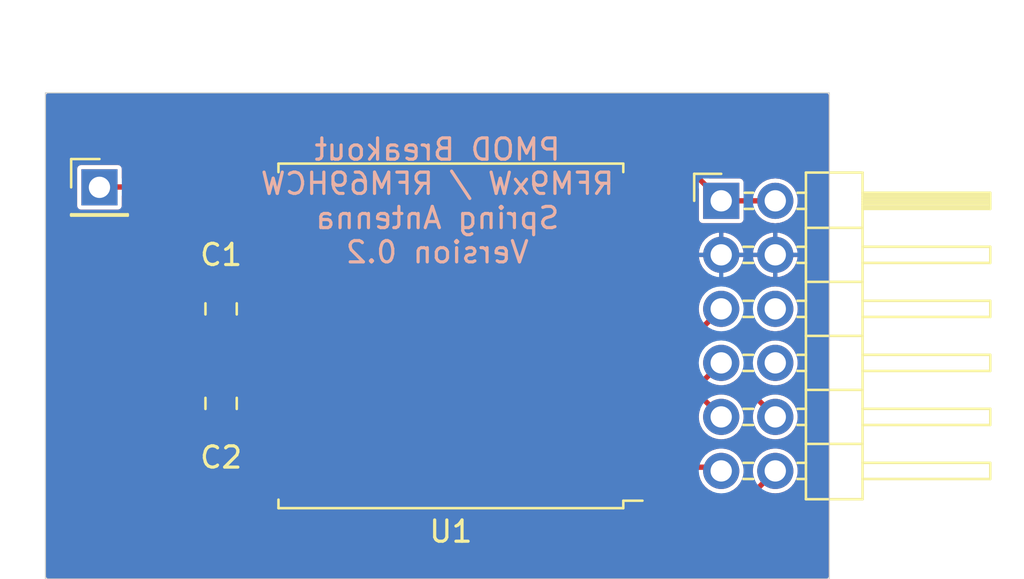
<source format=kicad_pcb>
(kicad_pcb (version 20221018) (generator pcbnew)
  (layers (0 "F.Cu" signal) (31 "B.Cu" signal) (34 "B.Paste" user) (35 "F.Paste" user) (36 "B.SilkS" user "B.Silkscreen") (37 "F.SilkS" user "F.Silkscreen") (38 "B.Mask" user) (39 "F.Mask" user) (44 "Edge.Cuts" user))
  (net 0 "")
  (net 1 "GND")
  (net 2 "DIO0")
  (net 3 "nRESET")
  (net 4 "nCS")
  (net 5 "SCK")
  (net 6 "MOSI")
  (net 7 "MISO")
  (net 8 "VCC")
  (net 11 "Net-(J2-Pin_1)")
  (footprint "Connector_PinHeader_2.54mm:PinHeader_2x06_P2.54mm_Horizontal" (layer "F.Cu") (at 149.86 43.18)
    (fp_text reference "J1" hide)
    (fp_text value "Conn_02x06_Odd_Even")
    (fp_line (start -1.27 -1.27) (end 0 -1.27) (stroke (width 0.12)) (layer "F.SilkS"))
    (fp_line (start -1.27 0) (end -1.27 -1.27) (stroke (width 0.12)) (layer "F.SilkS"))
    (fp_line (start 1.042929 2.16) (end 1.497071 2.16) (stroke (width 0.12)) (layer "F.SilkS"))
    (fp_line (start 1.042929 2.92) (end 1.497071 2.92) (stroke (width 0.12)) (layer "F.SilkS"))
    (fp_line (start 1.042929 4.7) (end 1.497071 4.7) (stroke (width 0.12)) (layer "F.SilkS"))
    (fp_line (start 1.042929 5.46) (end 1.497071 5.46) (stroke (width 0.12)) (layer "F.SilkS"))
    (fp_line (start 1.042929 7.24) (end 1.497071 7.24) (stroke (width 0.12)) (layer "F.SilkS"))
    (fp_line (start 1.042929 8) (end 1.497071 8) (stroke (width 0.12)) (layer "F.SilkS"))
    (fp_line (start 1.042929 9.78) (end 1.497071 9.78) (stroke (width 0.12)) (layer "F.SilkS"))
    (fp_line (start 1.042929 10.54) (end 1.497071 10.54) (stroke (width 0.12)) (layer "F.SilkS"))
    (fp_line (start 1.042929 12.32) (end 1.497071 12.32) (stroke (width 0.12)) (layer "F.SilkS"))
    (fp_line (start 1.042929 13.08) (end 1.497071 13.08) (stroke (width 0.12)) (layer "F.SilkS"))
    (fp_line (start 1.11 -0.38) (end 1.497071 -0.38) (stroke (width 0.12)) (layer "F.SilkS"))
    (fp_line (start 1.11 0.38) (end 1.497071 0.38) (stroke (width 0.12)) (layer "F.SilkS"))
    (fp_line (start 3.582929 -0.38) (end 3.98 -0.38) (stroke (width 0.12)) (layer "F.SilkS"))
    (fp_line (start 3.582929 0.38) (end 3.98 0.38) (stroke (width 0.12)) (layer "F.SilkS"))
    (fp_line (start 3.582929 2.16) (end 3.98 2.16) (stroke (width 0.12)) (layer "F.SilkS"))
    (fp_line (start 3.582929 2.92) (end 3.98 2.92) (stroke (width 0.12)) (layer "F.SilkS"))
    (fp_line (start 3.582929 4.7) (end 3.98 4.7) (stroke (width 0.12)) (layer "F.SilkS"))
    (fp_line (start 3.582929 5.46) (end 3.98 5.46) (stroke (width 0.12)) (layer "F.SilkS"))
    (fp_line (start 3.582929 7.24) (end 3.98 7.24) (stroke (width 0.12)) (layer "F.SilkS"))
    (fp_line (start 3.582929 8) (end 3.98 8) (stroke (width 0.12)) (layer "F.SilkS"))
    (fp_line (start 3.582929 9.78) (end 3.98 9.78) (stroke (width 0.12)) (layer "F.SilkS"))
    (fp_line (start 3.582929 10.54) (end 3.98 10.54) (stroke (width 0.12)) (layer "F.SilkS"))
    (fp_line (start 3.582929 12.32) (end 3.98 12.32) (stroke (width 0.12)) (layer "F.SilkS"))
    (fp_line (start 3.582929 13.08) (end 3.98 13.08) (stroke (width 0.12)) (layer "F.SilkS"))
    (fp_line (start 3.98 -1.33) (end 3.98 14.03) (stroke (width 0.12)) (layer "F.SilkS"))
    (fp_line (start 3.98 1.27) (end 6.64 1.27) (stroke (width 0.12)) (layer "F.SilkS"))
    (fp_line (start 3.98 3.81) (end 6.64 3.81) (stroke (width 0.12)) (layer "F.SilkS"))
    (fp_line (start 3.98 6.35) (end 6.64 6.35) (stroke (width 0.12)) (layer "F.SilkS"))
    (fp_line (start 3.98 8.89) (end 6.64 8.89) (stroke (width 0.12)) (layer "F.SilkS"))
    (fp_line (start 3.98 11.43) (end 6.64 11.43) (stroke (width 0.12)) (layer "F.SilkS"))
    (fp_line (start 3.98 14.03) (end 6.64 14.03) (stroke (width 0.12)) (layer "F.SilkS"))
    (fp_line (start 6.64 -1.33) (end 3.98 -1.33) (stroke (width 0.12)) (layer "F.SilkS"))
    (fp_line (start 6.64 -0.38) (end 12.64 -0.38) (stroke (width 0.12)) (layer "F.SilkS"))
    (fp_line (start 6.64 -0.32) (end 12.64 -0.32) (stroke (width 0.12)) (layer "F.SilkS"))
    (fp_line (start 6.64 -0.2) (end 12.64 -0.2) (stroke (width 0.12)) (layer "F.SilkS"))
    (fp_line (start 6.64 -0.08) (end 12.64 -0.08) (stroke (width 0.12)) (layer "F.SilkS"))
    (fp_line (start 6.64 0.04) (end 12.64 0.04) (stroke (width 0.12)) (layer "F.SilkS"))
    (fp_line (start 6.64 0.16) (end 12.64 0.16) (stroke (width 0.12)) (layer "F.SilkS"))
    (fp_line (start 6.64 0.28) (end 12.64 0.28) (stroke (width 0.12)) (layer "F.SilkS"))
    (fp_line (start 6.64 2.16) (end 12.64 2.16) (stroke (width 0.12)) (layer "F.SilkS"))
    (fp_line (start 6.64 4.7) (end 12.64 4.7) (stroke (width 0.12)) (layer "F.SilkS"))
    (fp_line (start 6.64 7.24) (end 12.64 7.24) (stroke (width 0.12)) (layer "F.SilkS"))
    (fp_line (start 6.64 9.78) (end 12.64 9.78) (stroke (width 0.12)) (layer "F.SilkS"))
    (fp_line (start 6.64 12.32) (end 12.64 12.32) (stroke (width 0.12)) (layer "F.SilkS"))
    (fp_line (start 6.64 14.03) (end 6.64 -1.33) (stroke (width 0.12)) (layer "F.SilkS"))
    (fp_line (start 12.64 -0.38) (end 12.64 0.38) (stroke (width 0.12)) (layer "F.SilkS"))
    (fp_line (start 12.64 0.38) (end 6.64 0.38) (stroke (width 0.12)) (layer "F.SilkS"))
    (fp_line (start 12.64 2.16) (end 12.64 2.92) (stroke (width 0.12)) (layer "F.SilkS"))
    (fp_line (start 12.64 2.92) (end 6.64 2.92) (stroke (width 0.12)) (layer "F.SilkS"))
    (fp_line (start 12.64 4.7) (end 12.64 5.46) (stroke (width 0.12)) (layer "F.SilkS"))
    (fp_line (start 12.64 5.46) (end 6.64 5.46) (stroke (width 0.12)) (layer "F.SilkS"))
    (fp_line (start 12.64 7.24) (end 12.64 8) (stroke (width 0.12)) (layer "F.SilkS"))
    (fp_line (start 12.64 8) (end 6.64 8) (stroke (width 0.12)) (layer "F.SilkS"))
    (fp_line (start 12.64 9.78) (end 12.64 10.54) (stroke (width 0.12)) (layer "F.SilkS"))
    (fp_line (start 12.64 10.54) (end 6.64 10.54) (stroke (width 0.12)) (layer "F.SilkS"))
    (fp_line (start 12.64 12.32) (end 12.64 13.08) (stroke (width 0.12)) (layer "F.SilkS"))
    (fp_line (start 12.64 13.08) (end 6.64 13.08) (stroke (width 0.12)) (layer "F.SilkS"))
    (pad "1" thru_hole rect (at 0 0) (size 1.7 1.7) (drill 1) (layers "*.Cu" "*.Mask") (net 8 "VCC"))
    (pad "2" thru_hole oval (at 2.54 0) (size 1.7 1.7) (drill 1) (layers "*.Cu" "*.Mask") (net 8 "VCC"))
    (pad "3" thru_hole oval (at 0 2.54) (size 1.7 1.7) (drill 1) (layers "*.Cu" "*.Mask") (net 1 "GND"))
    (pad "4" thru_hole oval (at 2.54 2.54) (size 1.7 1.7) (drill 1) (layers "*.Cu" "*.Mask") (net 1 "GND"))
    (pad "5" thru_hole oval (at 0 5.08) (size 1.7 1.7) (drill 1) (layers "*.Cu" "*.Mask") (net 5 "SCK"))
    (pad "6" thru_hole oval (at 2.54 5.08) (size 1.7 1.7) (drill 1) (layers "*.Cu" "*.Mask"))
    (pad "7" thru_hole oval (at 0 7.62) (size 1.7 1.7) (drill 1) (layers "*.Cu" "*.Mask") (net 7 "MISO"))
    (pad "8" thru_hole oval (at 2.54 7.62) (size 1.7 1.7) (drill 1) (layers "*.Cu" "*.Mask"))
    (pad "9" thru_hole oval (at 0 10.16) (size 1.7 1.7) (drill 1) (layers "*.Cu" "*.Mask") (net 6 "MOSI"))
    (pad "10" thru_hole oval (at 2.54 10.16) (size 1.7 1.7) (drill 1) (layers "*.Cu" "*.Mask") (net 3 "nRESET"))
    (pad "11" thru_hole oval (at 0 12.7) (size 1.7 1.7) (drill 1) (layers "*.Cu" "*.Mask") (net 4 "nCS"))
    (pad "12" thru_hole oval (at 2.54 12.7) (size 1.7 1.7) (drill 1) (layers "*.Cu" "*.Mask") (net 2 "DIO0"))
  )
  (footprint "Capacitor_SMD:C_0805_2012Metric_Pad1.18x1.45mm_HandSolder" (layer "F.Cu") (at 126.365 48.26 90)
    (fp_text reference "C1" (at 2.54 0 180) (layer "F.SilkS"))
    (fp_text value "C_Small")
    (fp_line (start -0.261252 -0.735) (end 0.261252 -0.735) (stroke (width 0.12)) (layer "F.SilkS"))
    (fp_line (start -0.261252 0.735) (end 0.261252 0.735) (stroke (width 0.12)) (layer "F.SilkS"))
    (pad "1" smd roundrect (at -1.0375 0 90) (size 1.175 1.45) (layers "F.Cu" "F.Paste" "F.Mask") (roundrect_rratio 0.2127659574) (net 8 "VCC"))
    (pad "2" smd roundrect (at 1.0375 0 90) (size 1.175 1.45) (layers "F.Cu" "F.Paste" "F.Mask") (roundrect_rratio 0.2127659574) (net 1 "GND"))
  )
  (footprint "RF_Module:HOPERF_RFM9XW_SMD" (layer "F.Cu") (at 137.16 49.53 180)
    (fp_text reference "U1" (at 0 -9.2) (layer "F.SilkS"))
    (fp_text value "RFM95W-868S2")
    (fp_line (start -8.1 -8.1) (end -8.1 -7.75) (stroke (width 0.12)) (layer "F.SilkS"))
    (fp_line (start -8.1 -8.1) (end 8.1 -8.1) (stroke (width 0.12)) (layer "F.SilkS"))
    (fp_line (start -8.1 -7.75) (end -9 -7.75) (stroke (width 0.12)) (layer "F.SilkS"))
    (fp_line (start -8.1 7.7) (end -8.1 8.1) (stroke (width 0.12)) (layer "F.SilkS"))
    (fp_line (start -8.1 8.1) (end 8.1 8.1) (stroke (width 0.12)) (layer "F.SilkS"))
    (fp_line (start 8.1 -8.1) (end 8.1 -7.7) (stroke (width 0.12)) (layer "F.SilkS"))
    (fp_line (start 8.1 8.1) (end 8.1 7.7) (stroke (width 0.12)) (layer "F.SilkS"))
    (pad "1" smd rect (at -8 -7 180) (size 2 1) (layers "F.Cu" "F.Paste" "F.Mask") (net 1 "GND"))
    (pad "2" smd rect (at -8 -5 180) (size 2 1) (layers "F.Cu" "F.Paste" "F.Mask") (net 7 "MISO"))
    (pad "3" smd rect (at -8 -3 180) (size 2 1) (layers "F.Cu" "F.Paste" "F.Mask") (net 6 "MOSI"))
    (pad "4" smd rect (at -8 -1 180) (size 2 1) (layers "F.Cu" "F.Paste" "F.Mask") (net 5 "SCK"))
    (pad "5" smd rect (at -8 1 180) (size 2 1) (layers "F.Cu" "F.Paste" "F.Mask") (net 4 "nCS"))
    (pad "6" smd rect (at -8 3 180) (size 2 1) (layers "F.Cu" "F.Paste" "F.Mask") (net 3 "nRESET"))
    (pad "7" smd rect (at -8 5 180) (size 2 1) (layers "F.Cu" "F.Paste" "F.Mask"))
    (pad "8" smd rect (at -8 7 180) (size 2 1) (layers "F.Cu" "F.Paste" "F.Mask") (net 1 "GND"))
    (pad "9" smd rect (at 8 7 180) (size 2 1) (layers "F.Cu" "F.Paste" "F.Mask") (net 11 "Net-(J2-Pin_1)"))
    (pad "10" smd rect (at 8 5 180) (size 2 1) (layers "F.Cu" "F.Paste" "F.Mask") (net 1 "GND"))
    (pad "11" smd rect (at 8 3 180) (size 2 1) (layers "F.Cu" "F.Paste" "F.Mask"))
    (pad "12" smd rect (at 8 1 180) (size 2 1) (layers "F.Cu" "F.Paste" "F.Mask"))
    (pad "13" smd rect (at 8 -1 180) (size 2 1) (layers "F.Cu" "F.Paste" "F.Mask") (net 8 "VCC"))
    (pad "14" smd rect (at 8 -3 180) (size 2 1) (layers "F.Cu" "F.Paste" "F.Mask") (net 2 "DIO0"))
    (pad "15" smd rect (at 8 -5 180) (size 2 1) (layers "F.Cu" "F.Paste" "F.Mask"))
    (pad "16" smd rect (at 8 -7 180) (size 2 1) (layers "F.Cu" "F.Paste" "F.Mask"))
  )
  (footprint "Connector_PinHeader_2.54mm:PinHeader_1x01_P2.54mm_Vertical" (layer "F.Cu") (at 120.65 42.545)
    (fp_text reference "Je" hide)
    (fp_text value "Conn_01x01")
    (fp_line (start -1.33 -1.33) (end 0 -1.33) (stroke (width 0.12)) (layer "F.SilkS"))
    (fp_line (start -1.33 0) (end -1.33 -1.33) (stroke (width 0.12)) (layer "F.SilkS"))
    (fp_line (start -1.33 1.27) (end -1.33 1.33) (stroke (width 0.12)) (layer "F.SilkS"))
    (fp_line (start -1.33 1.27) (end 1.33 1.27) (stroke (width 0.12)) (layer "F.SilkS"))
    (fp_line (start -1.33 1.33) (end 1.33 1.33) (stroke (width 0.12)) (layer "F.SilkS"))
    (fp_line (start 1.33 1.27) (end 1.33 1.33) (stroke (width 0.12)) (layer "F.SilkS"))
    (pad "1" thru_hole rect (at 0 0) (size 1.7 1.7) (drill 1) (layers "*.Cu" "*.Mask") (net 11 "Net-(J2-Pin_1)"))
  )
  (footprint "Capacitor_SMD:C_0805_2012Metric_Pad1.18x1.45mm_HandSolder" (layer "F.Cu") (at 126.365 52.705 -90)
    (fp_text reference "C2" (at 2.54 0 180) (layer "F.SilkS"))
    (fp_text value "C_Small")
    (fp_line (start -0.261252 -0.735) (end 0.261252 -0.735) (stroke (width 0.12)) (layer "F.SilkS"))
    (fp_line (start -0.261252 0.735) (end 0.261252 0.735) (stroke (width 0.12)) (layer "F.SilkS"))
    (pad "1" smd roundrect (at -1.0375 0 270) (size 1.175 1.45) (layers "F.Cu" "F.Paste" "F.Mask") (roundrect_rratio 0.2127659574) (net 8 "VCC"))
    (pad "2" smd roundrect (at 1.0375 0 270) (size 1.175 1.45) (layers "F.Cu" "F.Paste" "F.Mask") (roundrect_rratio 0.2127659574) (net 1 "GND"))
  )
  (gr_rect (start 118.11 38.1) (end 154.94 60.96) (stroke (width 0.05)) (fill none) (layer "Edge.Cuts"))
  (gr_text "PMOD Breakout\nRFM9xW / RFM69HCW\nSpring Antenna\nVersion 0.2" (at 136.525 43.18) (layer "B.SilkS") (effects (font (size 1 1)) (justify mirror)))
  (segment (start 131.27 52.53) (end 136.095 57.355) (width 0.25) (layer "F.Cu") (net 2))
  (segment (start 150.925 57.355) (end 152.4 55.88) (width 0.25) (layer "F.Cu") (net 2))
  (segment (start 129.16 52.53) (end 131.27 52.53) (width 0.25) (layer "F.Cu") (net 2))
  (segment (start 136.095 57.355) (end 150.925 57.355) (width 0.25) (layer "F.Cu") (net 2))
  (segment (start 150.495 46.99) (end 147.32 46.99) (width 0.25) (layer "F.Cu") (net 3))
  (segment (start 151.13 52.07) (end 151.13 47.625) (width 0.25) (layer "F.Cu") (net 3))
  (segment (start 147.32 46.99) (end 146.86 46.53) (width 0.25) (layer "F.Cu") (net 3))
  (segment (start 152.4 53.34) (end 151.13 52.07) (width 0.25) (layer "F.Cu") (net 3))
  (segment (start 151.13 47.625) (end 150.495 46.99) (width 0.25) (layer "F.Cu") (net 3))
  (segment (start 146.86 46.53) (end 145.16 46.53) (width 0.25) (layer "F.Cu") (net 3))
  (segment (start 144.145 55.705) (end 149.685 55.705) (width 0.25) (layer "F.Cu") (net 4))
  (segment (start 149.685 55.705) (end 149.86 55.88) (width 0.25) (layer "F.Cu") (net 4))
  (segment (start 143.385 54.945) (end 144.145 55.705) (width 0.25) (layer "F.Cu") (net 4))
  (segment (start 145.16 48.53) (end 143.385 50.305) (width 0.25) (layer "F.Cu") (net 4))
  (segment (start 143.385 50.305) (end 143.385 54.945) (width 0.25) (layer "F.Cu") (net 4))
  (segment (start 147.59 50.53) (end 149.86 48.26) (width 0.25) (layer "F.Cu") (net 5))
  (segment (start 145.16 50.53) (end 147.59 50.53) (width 0.25) (layer "F.Cu") (net 5))
  (segment (start 149.05 52.53) (end 149.86 53.34) (width 0.25) (layer "F.Cu") (net 6))
  (segment (start 145.16 52.53) (end 149.05 52.53) (width 0.25) (layer "F.Cu") (net 6))
  (segment (start 143.835 51.745) (end 143.93 51.65) (width 0.25) (layer "F.Cu") (net 7))
  (segment (start 145.16 54.53) (end 143.835 53.205) (width 0.25) (layer "F.Cu") (net 7))
  (segment (start 143.93 51.65) (end 149.01 51.65) (width 0.25) (layer "F.Cu") (net 7))
  (segment (start 149.01 51.65) (end 149.86 50.8) (width 0.25) (layer "F.Cu") (net 7))
  (segment (start 143.835 53.205) (end 143.835 51.745) (width 0.25) (layer "F.Cu") (net 7))
  (segment (start 147.955 41.275) (end 149.86 43.18) (width 0.25) (layer "F.Cu") (net 8))
  (segment (start 134.62 41.275) (end 147.955 41.275) (width 0.25) (layer "F.Cu") (net 8))
  (segment (start 133.35 48.26) (end 133.35 42.545) (width 0.25) (layer "F.Cu") (net 8))
  (segment (start 126.365 51.6675) (end 126.365 49.2975) (width 0.25) (layer "F.Cu") (net 8))
  (segment (start 126.365 51.6675) (end 127.5025 50.53) (width 0.25) (layer "F.Cu") (net 8))
  (segment (start 152.4 43.18) (end 149.86 43.18) (width 0.25) (layer "F.Cu") (net 8))
  (segment (start 131.08 50.53) (end 133.35 48.26) (width 0.25) (layer "F.Cu") (net 8))
  (segment (start 129.16 50.53) (end 131.08 50.53) (width 0.25) (layer "F.Cu") (net 8))
  (segment (start 127.5025 50.53) (end 129.16 50.53) (width 0.25) (layer "F.Cu") (net 8))
  (segment (start 133.35 42.545) (end 134.62 41.275) (width 0.25) (layer "F.Cu") (net 8))
  (segment (start 129.16 42.53) (end 120.665 42.53) (width 0.25) (layer "F.Cu") (net 11))
  (segment (start 120.665 42.53) (end 120.65 42.545) (width 0.25) (layer "F.Cu") (net 11))
  (zone (net 1) (net_name "GND") (layers "F&B.Cu") (connect_pads (clearance 0.2)) (min_thickness 0.2) (fill yes (thermal_gap 0.2) (thermal_bridge_width 0.2))
    (polygon (pts (xy 157.48 60.96) (xy 118.11 60.96) (xy 118.11 38.1) (xy 157.48 38.1)))
  )
)
</source>
